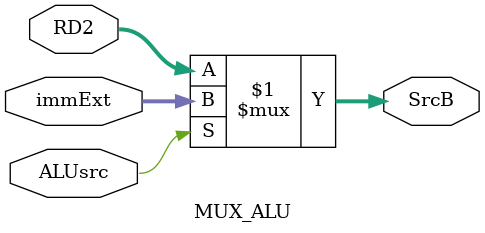
<source format=v>
module MUX_ALU (
	input [31:0] RD2,
	input [31:0] immExt, 
	input ALUsrc,
	output [31:0] SrcB
);

	assign SrcB = ALUsrc ? immExt : RD2;
endmodule 
</source>
